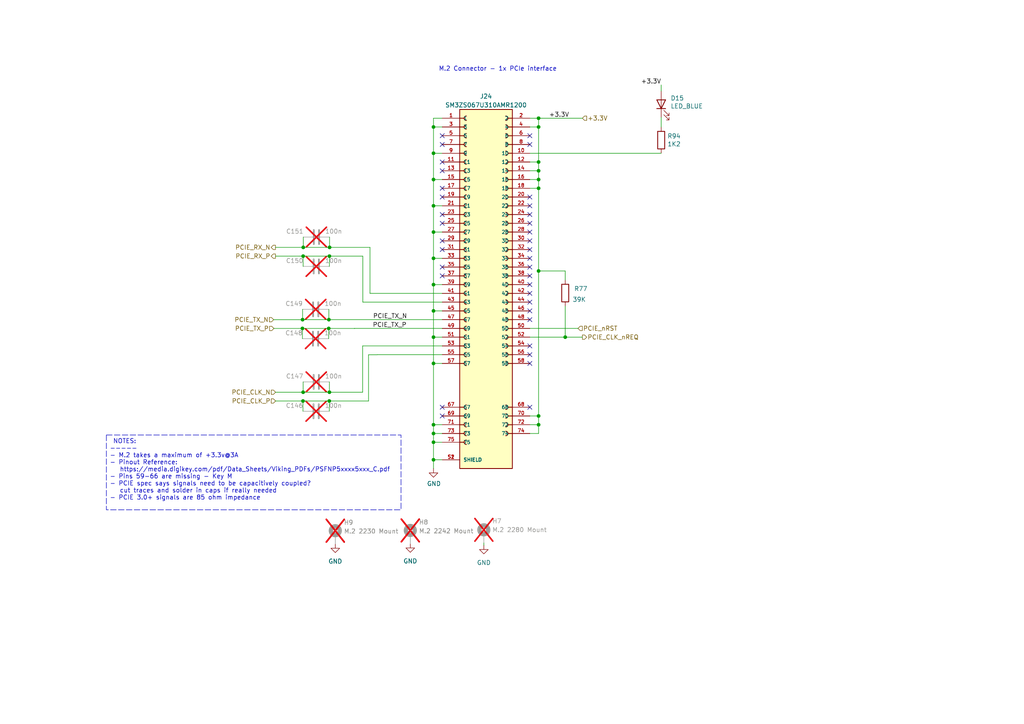
<source format=kicad_sch>
(kicad_sch (version 20231120) (generator "eeschema") (generator_version "8.0")
  (paper "A4")
  (title_block (title "Hexa-Pi") (date "2024-01/02") (rev "1.0") (company "Coxyz") (comment 1 "fjc"))
  (lib_symbols
    (symbol "CM4IO:SM3ZS067U310AMR1200" (pin_names (offset 1.016))
      (property "Reference" "J" (at -7.62 51.562 0))
      (property "Value" "SM3ZS067U310AMR1200" (at -7.62 -55.88 0))
      (symbol "SM3ZS067U310AMR1200_0_0"
        (rectangle (start -7.62 -53.34) (end 7.62 50.8) (stroke (width 0.254)) (fill (type background)))
        (arc (start -5.715 -45.085) (mid -6.3473 -45.72) (end -5.715 -46.355) (stroke (width 0.254)))
        (arc (start -5.715 -42.545) (mid -6.3473 -43.18) (end -5.715 -43.815) (stroke (width 0.254)))
        (arc (start -5.715 -40.005) (mid -6.3473 -40.64) (end -5.715 -41.275) (stroke (width 0.254)))
        (arc (start -5.715 -37.465) (mid -6.3473 -38.1) (end -5.715 -38.735) (stroke (width 0.254)))
        (arc (start -5.715 -34.925) (mid -6.3473 -35.56) (end -5.715 -36.195) (stroke (width 0.254)))
        (arc (start -5.715 -22.225) (mid -6.3473 -22.86) (end -5.715 -23.495) (stroke (width 0.254)))
        (arc (start -5.715 -19.685) (mid -6.3473 -20.32) (end -5.715 -20.955) (stroke (width 0.254)))
        (arc (start -5.715 -17.145) (mid -6.3473 -17.78) (end -5.715 -18.415) (stroke (width 0.254)))
        (arc (start -5.715 -14.605) (mid -6.3473 -15.24) (end -5.715 -15.875) (stroke (width 0.254)))
        (arc (start -5.715 -12.065) (mid -6.3473 -12.7) (end -5.715 -13.335) (stroke (width 0.254)))
        (arc (start -5.715 -9.525) (mid -6.3473 -10.16) (end -5.715 -10.795) (stroke (width 0.254)))
        (arc (start -5.715 -6.985) (mid -6.3473 -7.62) (end -5.715 -8.255) (stroke (width 0.254)))
        (arc (start -5.715 -4.445) (mid -6.3473 -5.08) (end -5.715 -5.715) (stroke (width 0.254)))
        (arc (start -5.715 -1.905) (mid -6.3473 -2.54) (end -5.715 -3.175) (stroke (width 0.254)))
        (arc (start -5.715 0.635) (mid -6.3473 0) (end -5.715 -0.635) (stroke (width 0.254)))
        (arc (start -5.715 3.175) (mid -6.3473 2.54) (end -5.715 1.905) (stroke (width 0.254)))
        (arc (start -5.715 5.715) (mid -6.3473 5.08) (end -5.715 4.445) (stroke (width 0.254)))
        (arc (start -5.715 8.255) (mid -6.3473 7.62) (end -5.715 6.985) (stroke (width 0.254)))
        (arc (start -5.715 10.795) (mid -6.3473 10.16) (end -5.715 9.525) (stroke (width 0.254)))
        (arc (start -5.715 13.335) (mid -6.3473 12.7) (end -5.715 12.065) (stroke (width 0.254)))
        (arc (start -5.715 15.875) (mid -6.3473 15.24) (end -5.715 14.605) (stroke (width 0.254)))
        (arc (start -5.715 18.415) (mid -6.3473 17.78) (end -5.715 17.145) (stroke (width 0.254)))
        (arc (start -5.715 20.955) (mid -6.3473 20.32) (end -5.715 19.685) (stroke (width 0.254)))
        (arc (start -5.715 23.495) (mid -6.3473 22.86) (end -5.715 22.225) (stroke (width 0.254)))
        (arc (start -5.715 26.035) (mid -6.3473 25.4) (end -5.715 24.765) (stroke (width 0.254)))
        (arc (start -5.715 28.575) (mid -6.3473 27.94) (end -5.715 27.305) (stroke (width 0.254)))
        (arc (start -5.715 31.115) (mid -6.3473 30.48) (end -5.715 29.845) (stroke (width 0.254)))
        (arc (start -5.715 33.655) (mid -6.3473 33.02) (end -5.715 32.385) (stroke (width 0.254)))
        (arc (start -5.715 36.195) (mid -6.3473 35.56) (end -5.715 34.925) (stroke (width 0.254)))
        (arc (start -5.715 38.735) (mid -6.3473 38.1) (end -5.715 37.465) (stroke (width 0.254)))
        (arc (start -5.715 41.275) (mid -6.3473 40.64) (end -5.715 40.005) (stroke (width 0.254)))
        (arc (start -5.715 43.815) (mid -6.3473 43.18) (end -5.715 42.545) (stroke (width 0.254)))
        (arc (start -5.715 46.355) (mid -6.3473 45.72) (end -5.715 45.085) (stroke (width 0.254)))
        (arc (start -5.715 48.895) (mid -6.3473 48.26) (end -5.715 47.625) (stroke (width 0.254)))
        (polyline (pts (xy -7.62 -45.72) (xy -6.35 -45.72)) (stroke (width 0.254)))
        (polyline (pts (xy -7.62 -43.18) (xy -6.35 -43.18)) (stroke (width 0.254)))
        (polyline (pts (xy -7.62 -40.64) (xy -6.35 -40.64)) (stroke (width 0.254)))
        (polyline (pts (xy -7.62 -38.1) (xy -6.35 -38.1)) (stroke (width 0.254)))
        (polyline (pts (xy -7.62 -35.56) (xy -6.35 -35.56)) (stroke (width 0.254)))
        (polyline (pts (xy -7.62 -22.86) (xy -6.35 -22.86)) (stroke (width 0.254)))
        (polyline (pts (xy -7.62 -20.32) (xy -6.35 -20.32)) (stroke (width 0.254)))
        (polyline (pts (xy -7.62 -17.78) (xy -6.35 -17.78)) (stroke (width 0.254)))
        (polyline (pts (xy -7.62 -15.24) (xy -6.35 -15.24)) (stroke (width 0.254)))
        (polyline (pts (xy -7.62 -12.7) (xy -6.35 -12.7)) (stroke (width 0.254)))
        (polyline (pts (xy -7.62 -10.16) (xy -6.35 -10.16)) (stroke (width 0.254)))
        (polyline (pts (xy -7.62 -7.62) (xy -6.35 -7.62)) (stroke (width 0.254)))
        (polyline (pts (xy -7.62 -5.08) (xy -6.35 -5.08)) (stroke (width 0.254)))
        (polyline (pts (xy -7.62 -2.54) (xy -6.35 -2.54)) (stroke (width 0.254)))
        (polyline (pts (xy -7.62 0) (xy -6.35 0)) (stroke (width 0.254)))
        (polyline (pts (xy -7.62 2.54) (xy -6.35 2.54)) (stroke (width 0.254)))
        (polyline (pts (xy -7.62 5.08) (xy -6.35 5.08)) (stroke (width 0.254)))
        (polyline (pts (xy -7.62 7.62) (xy -6.35 7.62)) (stroke (width 0.254)))
        (polyline (pts (xy -7.62 10.16) (xy -6.35 10.16)) (stroke (width 0.254)))
        (polyline (pts (xy -7.62 12.7) (xy -6.35 12.7)) (stroke (width 0.254)))
        (polyline (pts (xy -7.62 15.24) (xy -6.35 15.24)) (stroke (width 0.254)))
        (polyline (pts (xy -7.62 17.78) (xy -6.35 17.78)) (stroke (width 0.254)))
        (polyline (pts (xy -7.62 20.32) (xy -6.35 20.32)) (stroke (width 0.254)))
        (polyline (pts (xy -7.62 22.86) (xy -6.35 22.86)) (stroke (width 0.254)))
        (polyline (pts (xy -7.62 25.4) (xy -6.35 25.4)) (stroke (width 0.254)))
        (polyline (pts (xy -7.62 27.94) (xy -6.35 27.94)) (stroke (width 0.254)))
        (polyline (pts (xy -7.62 30.48) (xy -6.35 30.48)) (stroke (width 0.254)))
        (polyline (pts (xy -7.62 33.02) (xy -6.35 33.02)) (stroke (width 0.254)))
        (polyline (pts (xy -7.62 35.56) (xy -6.35 35.56)) (stroke (width 0.254)))
        (polyline (pts (xy -7.62 38.1) (xy -6.35 38.1)) (stroke (width 0.254)))
        (polyline (pts (xy -7.62 40.64) (xy -6.35 40.64)) (stroke (width 0.254)))
        (polyline (pts (xy -7.62 43.18) (xy -6.35 43.18)) (stroke (width 0.254)))
        (polyline (pts (xy -7.62 45.72) (xy -6.35 45.72)) (stroke (width 0.254)))
        (polyline (pts (xy -7.62 48.26) (xy -6.35 48.26)) (stroke (width 0.254)))
        (polyline (pts (xy 7.62 -43.18) (xy 6.35 -43.18)) (stroke (width 0.254)))
        (polyline (pts (xy 7.62 -40.64) (xy 6.35 -40.64)) (stroke (width 0.254)))
        (polyline (pts (xy 7.62 -38.1) (xy 6.35 -38.1)) (stroke (width 0.254)))
        (polyline (pts (xy 7.62 -35.56) (xy 6.35 -35.56)) (stroke (width 0.254)))
        (polyline (pts (xy 7.62 -22.86) (xy 6.35 -22.86)) (stroke (width 0.254)))
        (polyline (pts (xy 7.62 -20.32) (xy 6.35 -20.32)) (stroke (width 0.254)))
        (polyline (pts (xy 7.62 -17.78) (xy 6.35 -17.78)) (stroke (width 0.254)))
        (polyline (pts (xy 7.62 -15.24) (xy 6.35 -15.24)) (stroke (width 0.254)))
        (polyline (pts (xy 7.62 -12.7) (xy 6.35 -12.7)) (stroke (width 0.254)))
        (polyline (pts (xy 7.62 -10.16) (xy 6.35 -10.16)) (stroke (width 0.254)))
        (polyline (pts (xy 7.62 -7.62) (xy 6.35 -7.62)) (stroke (width 0.254)))
        (polyline (pts (xy 7.62 -5.08) (xy 6.35 -5.08)) (stroke (width 0.254)))
        (polyline (pts (xy 7.62 -2.54) (xy 6.35 -2.54)) (stroke (width 0.254)))
        (polyline (pts (xy 7.62 0) (xy 6.35 0)) (stroke (width 0.254)))
        (polyline (pts (xy 7.62 2.54) (xy 6.35 2.54)) (stroke (width 0.254)))
        (polyline (pts (xy 7.62 5.08) (xy 6.35 5.08)) (stroke (width 0.254)))
        (polyline (pts (xy 7.62 7.62) (xy 6.35 7.62)) (stroke (width 0.254)))
        (polyline (pts (xy 7.62 10.16) (xy 6.35 10.16)) (stroke (width 0.254)))
        (polyline (pts (xy 7.62 12.7) (xy 6.35 12.7)) (stroke (width 0.254)))
        (polyline (pts (xy 7.62 15.24) (xy 6.35 15.24)) (stroke (width 0.254)))
        (polyline (pts (xy 7.62 17.78) (xy 6.35 17.78)) (stroke (width 0.254)))
        (polyline (pts (xy 7.62 20.32) (xy 6.35 20.32)) (stroke (width 0.254)))
        (polyline (pts (xy 7.62 22.86) (xy 6.35 22.86)) (stroke (width 0.254)))
        (polyline (pts (xy 7.62 25.4) (xy 6.35 25.4)) (stroke (width 0.254)))
        (polyline (pts (xy 7.62 27.94) (xy 6.35 27.94)) (stroke (width 0.254)))
        (polyline (pts (xy 7.62 30.48) (xy 6.35 30.48)) (stroke (width 0.254)))
        (polyline (pts (xy 7.62 33.02) (xy 6.35 33.02)) (stroke (width 0.254)))
        (polyline (pts (xy 7.62 35.56) (xy 6.35 35.56)) (stroke (width 0.254)))
        (polyline (pts (xy 7.62 38.1) (xy 6.35 38.1)) (stroke (width 0.254)))
        (polyline (pts (xy 7.62 40.64) (xy 6.35 40.64)) (stroke (width 0.254)))
        (polyline (pts (xy 7.62 43.18) (xy 6.35 43.18)) (stroke (width 0.254)))
        (polyline (pts (xy 7.62 45.72) (xy 6.35 45.72)) (stroke (width 0.254)))
        (polyline (pts (xy 7.62 48.26) (xy 6.35 48.26)) (stroke (width 0.254)))
        (arc (start 5.715 -43.815) (mid 6.3473 -43.18) (end 5.715 -42.545) (stroke (width 0.254)))
        (arc (start 5.715 -41.275) (mid 6.3473 -40.64) (end 5.715 -40.005) (stroke (width 0.254)))
        (arc (start 5.715 -38.735) (mid 6.3473 -38.1) (end 5.715 -37.465) (stroke (width 0.254)))
        (arc (start 5.715 -36.195) (mid 6.3473 -35.56) (end 5.715 -34.925) (stroke (width 0.254)))
        (arc (start 5.715 -23.495) (mid 6.3473 -22.86) (end 5.715 -22.225) (stroke (width 0.254)))
        (arc (start 5.715 -20.955) (mid 6.3473 -20.32) (end 5.715 -19.685) (stroke (width 0.254)))
        (arc (start 5.715 -18.415) (mid 6.3473 -17.78) (end 5.715 -17.145) (stroke (width 0.254)))
        (arc (start 5.715 -15.875) (mid 6.3473 -15.24) (end 5.715 -14.605) (stroke (width 0.254)))
        (arc (start 5.715 -13.335) (mid 6.3473 -12.7) (end 5.715 -12.065) (stroke (width 0.254)))
        (arc (start 5.715 -10.795) (mid 6.3473 -10.16) (end 5.715 -9.525) (stroke (width 0.254)))
        (arc (start 5.715 -8.255) (mid 6.3473 -7.62) (end 5.715 -6.985) (stroke (width 0.254)))
        (arc (start 5.715 -5.715) (mid 6.3473 -5.08) (end 5.715 -4.445) (stroke (width 0.254)))
        (arc (start 5.715 -3.175) (mid 6.3473 -2.54) (end 5.715 -1.905) (stroke (width 0.254)))
        (arc (start 5.715 -0.635) (mid 6.3473 0) (end 5.715 0.635) (stroke (width 0.254)))
        (arc (start 5.715 1.905) (mid 6.3473 2.54) (end 5.715 3.175) (stroke (width 0.254)))
        (arc (start 5.715 4.445) (mid 6.3473 5.08) (end 5.715 5.715) (stroke (width 0.254)))
        (arc (start 5.715 6.985) (mid 6.3473 7.62) (end 5.715 8.255) (stroke (width 0.254)))
        (arc (start 5.715 9.525) (mid 6.3473 10.16) (end 5.715 10.795) (stroke (width 0.254)))
        (arc (start 5.715 12.065) (mid 6.3473 12.7) (end 5.715 13.335) (stroke (width 0.254)))
        (arc (start 5.715 14.605) (mid 6.3473 15.24) (end 5.715 15.875) (stroke (width 0.254)))
        (arc (start 5.715 17.145) (mid 6.3473 17.78) (end 5.715 18.415) (stroke (width 0.254)))
        (arc (start 5.715 19.685) (mid 6.3473 20.32) (end 5.715 20.955) (stroke (width 0.254)))
        (arc (start 5.715 22.225) (mid 6.3473 22.86) (end 5.715 23.495) (stroke (width 0.254)))
        (arc (start 5.715 24.765) (mid 6.3473 25.4) (end 5.715 26.035) (stroke (width 0.254)))
        (arc (start 5.715 27.305) (mid 6.3473 27.94) (end 5.715 28.575) (stroke (width 0.254)))
        (arc (start 5.715 29.845) (mid 6.3473 30.48) (end 5.715 31.115) (stroke (width 0.254)))
        (arc (start 5.715 32.385) (mid 6.3473 33.02) (end 5.715 33.655) (stroke (width 0.254)))
        (arc (start 5.715 34.925) (mid 6.3473 35.56) (end 5.715 36.195) (stroke (width 0.254)))
        (arc (start 5.715 37.465) (mid 6.3473 38.1) (end 5.715 38.735) (stroke (width 0.254)))
        (arc (start 5.715 40.005) (mid 6.3473 40.64) (end 5.715 41.275) (stroke (width 0.254)))
        (arc (start 5.715 42.545) (mid 6.3473 43.18) (end 5.715 43.815) (stroke (width 0.254)))
        (arc (start 5.715 45.085) (mid 6.3473 45.72) (end 5.715 46.355) (stroke (width 0.254)))
        (arc (start 5.715 47.625) (mid 6.3473 48.26) (end 5.715 48.895) (stroke (width 0.254)))
        (pin passive line (at -12.7 48.26 0) (length 5.08) (name "1") (number "1"))
        (pin passive line (at 12.7 38.1 180) (length 5.08) (name "10") (number "10"))
        (pin passive line (at -12.7 35.56 0) (length 5.08) (name "11") (number "11"))
        (pin passive line (at 12.7 35.56 180) (length 5.08) (name "12") (number "12"))
        (pin passive line (at -12.7 33.02 0) (length 5.08) (name "13") (number "13"))
        (pin passive line (at 12.7 33.02 180) (length 5.08) (name "14") (number "14"))
        (pin passive line (at -12.7 30.48 0) (length 5.08) (name "15") (number "15"))
        (pin passive line (at 12.7 30.48 180) (length 5.08) (name "16") (number "16"))
        (pin passive line (at -12.7 27.94 0) (length 5.08) (name "17") (number "17"))
        (pin passive line (at 12.7 27.94 180) (length 5.08) (name "18") (number "18"))
        (pin passive line (at -12.7 25.4 0) (length 5.08) (name "19") (number "19"))
        (pin passive line (at 12.7 48.26 180) (length 5.08) (name "2") (number "2"))
        (pin passive line (at 12.7 25.4 180) (length 5.08) (name "20") (number "20"))
        (pin passive line (at -12.7 22.86 0) (length 5.08) (name "21") (number "21"))
        (pin passive line (at 12.7 22.86 180) (length 5.08) (name "22") (number "22"))
        (pin passive line (at -12.7 20.32 0) (length 5.08) (name "23") (number "23"))
        (pin passive line (at 12.7 20.32 180) (length 5.08) (name "24") (number "24"))
        (pin passive line (at -12.7 17.78 0) (length 5.08) (name "25") (number "25"))
        (pin passive line (at 12.7 17.78 180) (length 5.08) (name "26") (number "26"))
        (pin passive line (at -12.7 15.24 0) (length 5.08) (name "27") (number "27"))
        (pin passive line (at 12.7 15.24 180) (length 5.08) (name "28") (number "28"))
        (pin passive line (at -12.7 12.7 0) (length 5.08) (name "29") (number "29"))
        (pin passive line (at -12.7 45.72 0) (length 5.08) (name "3") (number "3"))
        (pin passive line (at 12.7 12.7 180) (length 5.08) (name "30") (number "30"))
        (pin passive line (at -12.7 10.16 0) (length 5.08) (name "31") (number "31"))
        (pin passive line (at 12.7 10.16 180) (length 5.08) (name "32") (number "32"))
        (pin passive line (at -12.7 7.62 0) (length 5.08) (name "33") (number "33"))
        (pin passive line (at 12.7 7.62 180) (length 5.08) (name "34") (number "34"))
        (pin passive line (at -12.7 5.08 0) (length 5.08) (name "35") (number "35"))
        (pin passive line (at 12.7 5.08 180) (length 5.08) (name "36") (number "36"))
        (pin passive line (at -12.7 2.54 0) (length 5.08) (name "37") (number "37"))
        (pin passive line (at 12.7 2.54 180) (length 5.08) (name "38") (number "38"))
        (pin passive line (at -12.7 0 0) (length 5.08) (name "39") (number "39"))
        (pin passive line (at 12.7 45.72 180) (length 5.08) (name "4") (number "4"))
        (pin passive line (at 12.7 0 180) (length 5.08) (name "40") (number "40"))
        (pin passive line (at -12.7 -2.54 0) (length 5.08) (name "41") (number "41"))
        (pin passive line (at 12.7 -2.54 180) (length 5.08) (name "42") (number "42"))
        (pin passive line (at -12.7 -5.08 0) (length 5.08) (name "43") (number "43"))
        (pin passive line (at 12.7 -5.08 180) (length 5.08) (name "44") (number "44"))
        (pin passive line (at -12.7 -7.62 0) (length 5.08) (name "45") (number "45"))
        (pin passive line (at 12.7 -7.62 180) (length 5.08) (name "46") (number "46"))
        (pin passive line (at -12.7 -10.16 0) (length 5.08) (name "47") (number "47"))
        (pin passive line (at 12.7 -10.16 180) (length 5.08) (name "48") (number "48"))
        (pin passive line (at -12.7 -12.7 0) (length 5.08) (name "49") (number "49"))
        (pin passive line (at -12.7 43.18 0) (length 5.08) (name "5") (number "5"))
        (pin passive line (at 12.7 -12.7 180) (length 5.08) (name "50") (number "50"))
        (pin passive line (at -12.7 -15.24 0) (length 5.08) (name "51") (number "51"))
        (pin passive line (at 12.7 -15.24 180) (length 5.08) (name "52") (number "52"))
        (pin passive line (at -12.7 -17.78 0) (length 5.08) (name "53") (number "53"))
        (pin passive line (at 12.7 -17.78 180) (length 5.08) (name "54") (number "54"))
        (pin passive line (at -12.7 -20.32 0) (length 5.08) (name "55") (number "55"))
        (pin passive line (at 12.7 -20.32 180) (length 5.08) (name "56") (number "56"))
        (pin passive line (at -12.7 -22.86 0) (length 5.08) (name "57") (number "57"))
        (pin passive line (at 12.7 -22.86 180) (length 5.08) (name "58") (number "58"))
        (pin passive line (at 12.7 43.18 180) (length 5.08) (name "6") (number "6"))
        (pin passive line (at -12.7 -35.56 0) (length 5.08) (name "67") (number "67"))
        (pin passive line (at 12.7 -35.56 180) (length 5.08) (name "68") (number "68"))
        (pin passive line (at -12.7 -38.1 0) (length 5.08) (name "69") (number "69"))
        (pin passive line (at -12.7 40.64 0) (length 5.08) (name "7") (number "7"))
        (pin passive line (at 12.7 -38.1 180) (length 5.08) (name "70") (number "70"))
        (pin passive line (at -12.7 -40.64 0) (length 5.08) (name "71") (number "71"))
        (pin passive line (at 12.7 -40.64 180) (length 5.08) (name "72") (number "72"))
        (pin passive line (at -12.7 -43.18 0) (length 5.08) (name "73") (number "73"))
        (pin passive line (at 12.7 -43.18 180) (length 5.08) (name "74") (number "74"))
        (pin passive line (at -12.7 -45.72 0) (length 5.08) (name "75") (number "75"))
        (pin passive line (at 12.7 40.64 180) (length 5.08) (name "8") (number "8"))
        (pin passive line (at -12.7 38.1 0) (length 5.08) (name "9") (number "9"))
        (pin passive line (at -12.7 -50.8 0) (length 5.08) (name "SHIELD") (number "S1"))
        (pin passive line (at -12.7 -50.8 0) (length 5.08) (name "SHIELD") (number "S2"))
      )
    )
    (symbol "Device:C" (pin_numbers hide) (pin_names (offset 0.254))
      (property "Reference" "C" (at 0.635 2.54 0))
      (property "Value" "C" (at 0.635 -2.54 0))
      (symbol "C_0_1"
        (polyline (pts (xy -2.032 -0.762) (xy 2.032 -0.762)) (stroke (width 0.508)))
        (polyline (pts (xy -2.032 0.762) (xy 2.032 0.762)) (stroke (width 0.508)))
      )
      (symbol "C_1_1"
        (pin passive line (at 0 3.81 270) (length 2.794) (name "~") (number "1"))
        (pin passive line (at 0 -3.81 90) (length 2.794) (name "~") (number "2"))
      )
    )
    (symbol "Device:LED" (pin_numbers hide) (pin_names hide)
      (property "Reference" "D" (at 0 2.54 0))
      (property "Value" "LED" (at 0 -2.54 0))
      (symbol "LED_0_1"
        (polyline (pts (xy -1.27 -1.27) (xy -1.27 1.27)) (stroke (width 0.254)))
        (polyline (pts (xy -1.27 0) (xy 1.27 0)))
        (polyline (pts (xy 1.27 -1.27) (xy 1.27 1.27) (xy -1.27 0) (xy 1.27 -1.27)) (stroke (width 0.254)))
        (polyline (pts (xy -3.048 -0.762) (xy -4.572 -2.286) (xy -3.81 -2.286) (xy -4.572 -2.286) (xy -4.572 -1.524)))
        (polyline (pts (xy -1.778 -0.762) (xy -3.302 -2.286) (xy -2.54 -2.286) (xy -3.302 -2.286) (xy -3.302 -1.524)))
      )
      (symbol "LED_1_1"
        (pin passive line (at -3.81 0 0) (length 2.54) (name "K") (number "1"))
        (pin passive line (at 3.81 0 180) (length 2.54) (name "A") (number "2"))
      )
    )
    (symbol "Device:R" (pin_numbers hide) (pin_names (offset 0))
      (property "Reference" "R" (at 2.032 0 90))
      (property "Value" "R" (at 0 0 90))
      (symbol "R_0_1"
        (rectangle (start -1.016 -2.54) (end 1.016 2.54) (stroke (width 0.254)))
      )
      (symbol "R_1_1"
        (pin passive line (at 0 3.81 270) (length 1.27) (name "~") (number "1"))
        (pin passive line (at 0 -3.81 90) (length 1.27) (name "~") (number "2"))
      )
    )
    (symbol "Mechanical:MountingHole_Pad" (pin_numbers hide) (pin_names (offset 1.016) hide)
      (property "Reference" "H" (at 0 6.35 0))
      (property "Value" "MountingHole_Pad" (at 0 4.445 0))
      (symbol "MountingHole_Pad_0_1"
        (circle (center 0 1.27) (radius 1.27) (stroke (width 1.27)))
      )
      (symbol "MountingHole_Pad_1_1"
        (pin input line (at 0 -2.54 90) (length 2.54) (name "1") (number "1"))
      )
    )
    (symbol "power:GND" (power) (pin_names (offset 0))
      (property "Value" "GND" (at 0 -3.81 0))
      (symbol "GND_0_1"
        (polyline (pts (xy 0 0) (xy 0 -1.27) (xy 1.27 -1.27) (xy 0 -2.54) (xy -1.27 -1.27) (xy 0 -1.27)))
      )
      (symbol "GND_1_1"
        (pin power_in line (at 0 0 270) (length 0) hide (name "GND") (number "1"))
      )
    )
  )
  (junction (at 125.73 52.07) (diameter 0.9144))
  (junction (at 125.73 133.35) (diameter 0.9144))
  (junction (at 125.73 59.69) (diameter 0.9144))
  (junction (at 125.73 67.31) (diameter 0.9144))
  (junction (at 95.5426 74.2918))
  (junction (at 156.21 34.29) (diameter 0.9144))
  (junction (at 125.73 123.19) (diameter 0.9144))
  (junction (at 95.338 95.2632))
  (junction (at 156.21 36.83) (diameter 0.9144))
  (junction (at 125.73 97.79) (diameter 0.9144))
  (junction (at 87.761 92.71))
  (junction (at 156.21 123.19) (diameter 0.9144))
  (junction (at 163.9361 97.79))
  (junction (at 95.4984 116.3051))
  (junction (at 125.73 128.27) (diameter 0.9144))
  (junction (at 125.73 44.45) (diameter 0.9144))
  (junction (at 95.5856 71.7518))
  (junction (at 156.21 46.99) (diameter 0.9144))
  (junction (at 95.381 92.71))
  (junction (at 87.718 95.2632))
  (junction (at 156.21 52.07) (diameter 0.9144))
  (junction (at 156.21 78.5951))
  (junction (at 156.21 120.65) (diameter 0.9144))
  (junction (at 125.73 125.73) (diameter 0.9144))
  (junction (at 125.73 82.55) (diameter 0.9144))
  (junction (at 87.9226 74.2918))
  (junction (at 95.5414 113.7651))
  (junction (at 87.9214 113.7651))
  (junction (at 125.73 90.17) (diameter 0.9144))
  (junction (at 156.21 49.53) (diameter 0.9144))
  (junction (at 125.73 36.83) (diameter 0.9144))
  (junction (at 125.73 105.41) (diameter 0.9144))
  (junction (at 125.73 74.93) (diameter 0.9144))
  (junction (at 87.8784 116.3051))
  (junction (at 87.9656 71.7518))
  (junction (at 156.21 54.61) (diameter 0.9144))
  (no_connect (at 128.27 118.11))
  (no_connect (at 128.27 39.37))
  (no_connect (at 128.27 41.91))
  (no_connect (at 128.27 46.99))
  (no_connect (at 128.27 49.53))
  (no_connect (at 128.27 54.61))
  (no_connect (at 128.27 57.15))
  (no_connect (at 128.27 62.23))
  (no_connect (at 128.27 64.77))
  (no_connect (at 128.27 69.85))
  (no_connect (at 128.27 72.39))
  (no_connect (at 128.27 77.47))
  (no_connect (at 128.27 80.01))
  (no_connect (at 153.67 39.37))
  (no_connect (at 153.67 41.91))
  (no_connect (at 153.67 57.15))
  (no_connect (at 153.67 59.69))
  (no_connect (at 153.67 62.23))
  (no_connect (at 153.67 64.77))
  (no_connect (at 153.67 67.31))
  (no_connect (at 153.67 69.85))
  (no_connect (at 153.67 72.39))
  (no_connect (at 153.67 74.93))
  (no_connect (at 153.67 77.47))
  (no_connect (at 153.67 80.01))
  (no_connect (at 153.67 82.55))
  (no_connect (at 153.67 85.09))
  (no_connect (at 153.67 87.63))
  (no_connect (at 153.67 90.17))
  (no_connect (at 153.67 92.71))
  (no_connect (at 153.67 100.33))
  (no_connect (at 153.67 102.87))
  (no_connect (at 153.67 105.41))
  (no_connect (at 128.27 120.65))
  (no_connect (at 153.67 118.11))
  (wire (pts (xy 105.2321 74.2918) (xy 95.5426 74.2918)))
  (wire (pts (xy 95.4984 116.3051) (xy 95.4984 119.2849)))
  (wire (pts (xy 163.9361 97.79) (xy 163.9361 88.8117)))
  (wire (pts (xy 109.4322 102.87) (xy 128.27 102.87)))
  (wire (pts (xy 87.9226 74.2918) (xy 79.9 74.2918)))
  (wire (pts (xy 95.381 89.715) (xy 95.381 92.71)))
  (wire (pts (xy 106.8922 102.8957) (xy 109.4322 102.8957)))
  (wire (pts (xy 153.67 120.65) (xy 156.21 120.65)))
  (wire (pts (xy 79.4461 95.2632) (xy 87.718 95.2632)))
  (wire (pts (xy 153.67 95.25) (xy 167.64 95.25)))
  (wire (pts (xy 156.21 54.61) (xy 156.21 78.5951)))
  (wire (pts (xy 156.21 120.65) (xy 156.21 123.19)))
  (wire (pts (xy 156.21 123.19) (xy 156.21 125.73)))
  (wire (pts (xy 156.21 125.73) (xy 153.67 125.73)))
  (wire (pts (xy 87.718 98.2298) (xy 87.718 95.2632)))
  (wire (pts (xy 125.73 34.29) (xy 125.73 36.83)))
  (wire (pts (xy 125.73 36.83) (xy 128.27 36.83)))
  (wire (pts (xy 128.27 34.29) (xy 125.73 34.29)))
  (wire (pts (xy 87.718 95.2632) (xy 95.338 95.2632)))
  (wire (pts (xy 128.27 82.55) (xy 125.73 82.55)))
  (wire (pts (xy 87.761 89.715) (xy 87.761 92.71)))
  (wire (pts (xy 105.1825 100.33) (xy 128.27 100.33)))
  (wire (pts (xy 95.5414 110.7701) (xy 95.5414 113.7651)))
  (wire (pts (xy 95.338 95.2632) (xy 102.816 95.2632)))
  (wire (pts (xy 153.67 97.79) (xy 163.9361 97.79)))
  (wire (pts (xy 95.5414 113.7651) (xy 105.1825 113.7651)))
  (wire (pts (xy 128.27 105.41) (xy 125.73 105.41)))
  (wire (pts (xy 106.8922 116.3051) (xy 106.8922 102.8957)))
  (wire (pts (xy 87.9214 113.7651) (xy 95.5414 113.7651)))
  (wire (pts (xy 87.9656 68.7568) (xy 87.9656 71.7518)))
  (wire (pts (xy 153.67 123.19) (xy 156.21 123.19)))
  (wire (pts (xy 79.9 71.7518) (xy 87.9656 71.7518)))
  (wire (pts (xy 95.338 95.2632) (xy 95.338 98.2298)))
  (wire (pts (xy 163.9361 81.1917) (xy 163.9361 78.5951)))
  (wire (pts (xy 109.4322 102.8957) (xy 109.4322 102.87)))
  (wire (pts (xy 153.67 54.61) (xy 156.21 54.61)))
  (wire (pts (xy 156.21 54.61) (xy 156.21 52.07)))
  (wire (pts (xy 128.27 123.19) (xy 125.73 123.19)))
  (wire (pts (xy 153.67 49.53) (xy 156.21 49.53)))
  (wire (pts (xy 95.381 92.71) (xy 128.27 92.71)))
  (wire (pts (xy 87.9656 71.7518) (xy 95.5856 71.7518)))
  (wire (pts (xy 153.67 44.45) (xy 191.77 44.45)))
  (wire (pts (xy 128.27 52.07) (xy 125.73 52.07)))
  (wire (pts (xy 87.9214 110.7701) (xy 87.9214 113.7651)))
  (wire (pts (xy 95.4984 116.3051) (xy 106.8922 116.3051)))
  (wire (pts (xy 128.27 133.35) (xy 125.73 133.35)))
  (wire (pts (xy 95.5426 74.2918) (xy 87.9226 74.2918)))
  (wire (pts (xy 87.9226 77.2716) (xy 87.9226 74.2918)))
  (wire (pts (xy 128.27 44.45) (xy 125.73 44.45)))
  (wire (pts (xy 163.9361 78.5951) (xy 156.21 78.5951)))
  (wire (pts (xy 128.27 90.17) (xy 125.73 90.17)))
  (wire (pts (xy 153.67 34.29) (xy 156.21 34.29)))
  (wire (pts (xy 156.21 34.29) (xy 168.91 34.29)))
  (wire (pts (xy 125.73 44.45) (xy 125.73 36.83)))
  (wire (pts (xy 125.73 52.07) (xy 125.73 44.45)))
  (wire (pts (xy 125.73 59.69) (xy 125.73 52.07)))
  (wire (pts (xy 125.73 67.31) (xy 125.73 59.69)))
  (wire (pts (xy 125.73 74.93) (xy 125.73 67.31)))
  (wire (pts (xy 125.73 82.55) (xy 125.73 74.93)))
  (wire (pts (xy 125.73 90.17) (xy 125.73 82.55)))
  (wire (pts (xy 125.73 97.79) (xy 125.73 90.17)))
  (wire (pts (xy 125.73 105.41) (xy 125.73 97.79)))
  (wire (pts (xy 125.73 123.19) (xy 125.73 105.41)))
  (wire (pts (xy 125.73 125.73) (xy 125.73 123.19)))
  (wire (pts (xy 125.73 128.27) (xy 125.73 125.73)))
  (wire (pts (xy 125.73 133.35) (xy 125.73 128.27)))
  (wire (pts (xy 125.73 135.89) (xy 125.73 133.35)))
  (wire (pts (xy 79.9308 113.7651) (xy 87.9214 113.7651)))
  (wire (pts (xy 156.21 36.83) (xy 156.21 34.29)))
  (wire (pts (xy 156.21 36.83) (xy 156.21 46.99)))
  (wire (pts (xy 156.21 46.99) (xy 153.67 46.99)))
  (wire (pts (xy 128.27 125.73) (xy 125.73 125.73)))
  (wire (pts (xy 87.761 92.723) (xy 87.761 92.71)))
  (wire (pts (xy 128.27 67.31) (xy 125.73 67.31)))
  (wire (pts (xy 105.2321 74.2918) (xy 105.2321 87.63)))
  (wire (pts (xy 105.1825 113.7651) (xy 105.1825 100.33)))
  (wire (pts (xy 156.21 78.5951) (xy 156.21 120.65)))
  (wire (pts (xy 87.8784 119.2849) (xy 87.8784 116.3051)))
  (wire (pts (xy 191.77 34.036) (xy 191.77 36.83)))
  (wire (pts (xy 156.21 46.99) (xy 156.21 49.53)))
  (wire (pts (xy 156.21 49.53) (xy 156.21 52.07)))
  (wire (pts (xy 156.21 52.07) (xy 153.67 52.07)))
  (wire (pts (xy 79.3745 92.723) (xy 87.761 92.723)))
  (wire (pts (xy 128.27 59.69) (xy 125.73 59.69)))
  (wire (pts (xy 128.27 74.93) (xy 125.73 74.93)))
  (wire (pts (xy 102.816 95.25) (xy 128.27 95.25)))
  (wire (pts (xy 191.77 24.638) (xy 191.77 26.416)))
  (wire (pts (xy 95.5856 68.7568) (xy 95.5856 71.7518)))
  (wire (pts (xy 107.3128 71.7518) (xy 107.3128 85.09)))
  (wire (pts (xy 95.5426 74.2918) (xy 95.5426 77.2716)))
  (wire (pts (xy 163.9361 97.79) (xy 168.91 97.79)))
  (wire (pts (xy 79.9308 116.3051) (xy 87.8784 116.3051)))
  (wire (pts (xy 128.27 128.27) (xy 125.73 128.27)))
  (wire (pts (xy 87.8784 116.3051) (xy 95.4984 116.3051)))
  (wire (pts (xy 87.761 92.71) (xy 95.381 92.71)))
  (wire (pts (xy 140.335 158.115) (xy 140.335 157.48)))
  (wire (pts (xy 156.21 36.83) (xy 153.67 36.83)))
  (wire (pts (xy 128.27 97.79) (xy 125.73 97.79)))
  (wire (pts (xy 107.3128 85.09) (xy 128.27 85.09)))
  (wire (pts (xy 95.5856 71.7518) (xy 107.3128 71.7518)))
  (wire (pts (xy 105.2321 87.63) (xy 128.27 87.63)))
  (wire (pts (xy 102.816 95.25) (xy 102.816 95.2632)))
  (text_box " NOTES:\n-----\n- M.2 takes a maximum of +3.3v@3A\n- Pinout Reference:\n   https://media.digikey.com/pdf/Data_Sheets/Viking_PDFs/PSFNP5xxxx5xxx_C.pdf \n- Pins 59-66 are missing - Key M\n- PCIE spec says signals need to be capacitively coupled?\n   cut traces and solder in caps if really needed\n- PCIE 3.0+ signals are 85 ohm impedance" (at 30.8559 126.1699 0) (size 85.4562 21.6952) (stroke (width 0) (type dash)) (effects (font (size 1.27 1.27)) (justify left top)))
  (text "M.2 Connector - 1x PCIe interface" (at 161.544 20.828 0) (effects (font (size 1.27 1.27)) (justify right bottom)))
  (label "PCIE_TX_P" (at 108.0703 95.25 0))
  (label "+3.3V" (at 191.77 24.638 180))
  (label "PCIE_TX_N" (at 108.1649 92.71 0))
  (label "+3.3V" (at 165.1 34.29 180))
  (hierarchical_label "PCIE_TX_P" (shape input) (at 79.4461 95.2632 180))
  (hierarchical_label "PCIE_CLK_nREQ" (shape output) (at 168.91 97.79 0))
  (hierarchical_label "PCIE_TX_N" (shape input) (at 79.3745 92.723 180))
  (hierarchical_label "PCIE_CLK_N" (shape input) (at 79.9308 113.7651 180))
  (hierarchical_label "PCIE_RX_P" (shape output) (at 79.9 74.2918 180))
  (hierarchical_label "PCIE_RX_N" (shape output) (at 79.9 71.7518 180))
  (hierarchical_label "PCIE_nRST" (shape input) (at 167.64 95.25 0))
  (hierarchical_label "PCIE_CLK_P" (shape input) (at 79.9308 116.3051 180))
  (hierarchical_label "+3.3V" (shape input) (at 168.91 34.29 0))
  (symbol (lib_id "power:GND") (at 125.73 135.89 0) (unit 1)
    (property "Reference" "#PWR084" (effects (hide yes)))
    (property "Value" "GND" (at 125.857 140.2842 0))
  )
  (symbol (lib_id "Mechanical:MountingHole_Pad") (at 119.0021 155.1177 0) (unit 1) (dnp yes)
    (property "Reference" "H8" (at 121.4764 151.4657 0) (effects (justify left)))
    (property "Value" "M.2 2242 Mount" (at 121.4764 154.0057 0) (effects (justify left)))
    (property "Footprint" "CM4IO:M.2_Standoff" (effects (hide yes)))
    (property "Datasheet" "https://www.mouser.com/datasheet/2/206/B-0261-5E_SM3-1101671.pdf" (effects (hide yes)))
    (property "LCSC Part #" "DNP" (effects (hide yes)))
    (property "Manuf Partno" "SM3ZS067U310-NUT1 " (effects (hide yes)))
    (property "Part Description" "1.45MM M2 Mounting nut SMT" (effects (hide yes)))
  )
  (symbol (lib_id "CM4IO:SM3ZS067U310AMR1200") (at 140.97 82.55 0) (unit 1)
    (property "Reference" "J24" (at 140.97 27.94 0))
    (property "Value" "SM3ZS067U310AMR1200" (at 140.97 30.48 0))
    (property "Footprint" "CM4IO:JAE_SM3ZS067U310AMR1200" (effects (hide yes)))
    (property "Datasheet" "https://www.mouser.com/datasheet/2/206/B-0261-5E_SM3-1101671.pdf" (effects (hide yes)))
    (property "Part Description" "M.2 Key M Connector 0.5mm Surface Mount，Right Angle 67P" (effects (hide yes)))
    (property "LCSC Part #" "C4527433" (effects (hide yes)))
    (property "Manuf Partno" "SM3ZS067U310AMR1200" (effects (hide yes)))
    (property "Special" "BACK" (effects (hide yes)))
  )
  (symbol (lib_id "Device:C") (at 91.7756 68.7568 90) (unit 1) (in_bom no) (dnp yes)
    (property "Reference" "C151" (at 88.0672 67.1058 90) (effects (justify left)))
    (property "Value" "100n" (at 99.2686 67.1058 90) (effects (justify left)))
    (property "Footprint" "Capacitor_SMD:C_0402_1005Metric_Pad0.74x0.62mm_HandSolder" (effects (hide yes)))
    (property "Datasheet" "https://search.murata.co.jp/Ceramy/image/img/A01X/G101/ENG/GRM21BR71A106KA73-01.pdf" (effects (hide yes)))
    (property "LCSC Part #" "C1525" (effects (hide yes)))
    (property "Part Description" "50V 100nF X7R ±10% 0402 Multilayer Ceramic Capacitors MLCC" (effects (hide yes)))
    (property "Special" "DNP,BACK" (effects (hide yes)))
  )
  (symbol (lib_id "Mechanical:MountingHole_Pad") (at 97.2478 155.1948 0) (unit 1) (dnp yes)
    (property "Reference" "H9" (at 99.7221 151.5428 0) (effects (justify left)))
    (property "Value" "M.2 2230 Mount" (at 99.7221 154.0828 0) (effects (justify left)))
    (property "Footprint" "CM4IO:M.2_Standoff" (effects (hide yes)))
    (property "Datasheet" "https://www.mouser.com/datasheet/2/206/B-0261-5E_SM3-1101671.pdf" (effects (hide yes)))
    (property "LCSC Part #" "DNP" (effects (hide yes)))
    (property "Manuf Partno" "SM3ZS067U310-NUT1 " (effects (hide yes)))
    (property "Part Description" "1.45MM M2 Mounting nut SMT" (effects (hide yes)))
  )
  (symbol (lib_id "Device:C") (at 91.7314 110.7701 90) (unit 1) (in_bom no) (dnp yes)
    (property "Reference" "C147" (at 88.023 109.1191 90) (effects (justify left)))
    (property "Value" "100n" (at 99.2244 109.1191 90) (effects (justify left)))
    (property "Footprint" "Capacitor_SMD:C_0402_1005Metric_Pad0.74x0.62mm_HandSolder" (effects (hide yes)))
    (property "Datasheet" "https://search.murata.co.jp/Ceramy/image/img/A01X/G101/ENG/GRM21BR71A106KA73-01.pdf" (effects (hide yes)))
    (property "LCSC Part #" "C1525" (effects (hide yes)))
    (property "Part Description" "50V 100nF X7R ±10% 0402 Multilayer Ceramic Capacitors MLCC" (effects (hide yes)))
    (property "Special" "DNP,BACK" (effects (hide yes)))
  )
  (symbol (lib_id "Device:LED") (at 191.77 30.226 90) (unit 1)
    (property "Reference" "D15" (at 194.4878 28.4734 90) (effects (justify right)))
    (property "Value" "LED_BLUE" (at 194.4878 30.7848 90) (effects (justify right)))
    (property "Footprint" "LED_SMD:LED_0603_1608Metric_Pad1.05x0.95mm_HandSolder" (effects (hide yes)))
    (property "Datasheet" "http://optoelectronics.liteon.com/upload/download/DS22-2000-210/LTST-S270KRKT.pdf" (effects (hide yes)))
    (property "LCSC Part #" "C19171394" (effects (hide yes)))
    (property "Part Description" "Blue 0603 Light Emitting Diode" (effects (hide yes)))
  )
  (symbol (lib_id "Mechanical:MountingHole_Pad") (at 140.335 154.94 0) (unit 1) (dnp yes)
    (property "Reference" "H7" (at 142.748 151.13 0) (effects (justify left)))
    (property "Value" "M.2 2280 Mount" (at 142.748 153.67 0) (effects (justify left)))
    (property "Footprint" "CM4IO:M.2_Standoff" (effects (hide yes)))
    (property "Datasheet" "https://www.mouser.com/datasheet/2/206/B-0261-5E_SM3-1101671.pdf" (effects (hide yes)))
    (property "LCSC Part #" "DNP" (effects (hide yes)))
    (property "Manuf Partno" "SM3ZS067U310-NUT1 " (effects (hide yes)))
    (property "Part Description" "1.45MM M2 Mounting nut SMT" (effects (hide yes)))
  )
  (symbol (lib_id "Device:C") (at 91.571 89.715 90) (unit 1) (in_bom no) (dnp yes)
    (property "Reference" "C149" (at 87.8626 88.064 90) (effects (justify left)))
    (property "Value" "100n" (at 99.064 88.064 90) (effects (justify left)))
    (property "Footprint" "Capacitor_SMD:C_0402_1005Metric_Pad0.74x0.62mm_HandSolder" (effects (hide yes)))
    (property "Datasheet" "https://search.murata.co.jp/Ceramy/image/img/A01X/G101/ENG/GRM21BR71A106KA73-01.pdf" (effects (hide yes)))
    (property "LCSC Part #" "C1525" (effects (hide yes)))
    (property "Part Description" "50V 100nF X7R ±10% 0402 Multilayer Ceramic Capacitors MLCC" (effects (hide yes)))
    (property "Special" "DNP,BACK" (effects (hide yes)))
  )
  (symbol (lib_id "power:GND") (at 119.0021 157.6577 0) (mirror y) (unit 1)
    (property "Reference" "#PWR083" (effects (hide yes)))
    (property "Value" "GND" (at 119.0021 162.7377 0))
  )
  (symbol (lib_id "Device:C") (at 91.7326 77.2716 90) (unit 1) (in_bom no) (dnp yes)
    (property "Reference" "C150" (at 88.0242 75.6206 90) (effects (justify left)))
    (property "Value" "100n" (at 99.2256 75.6206 90) (effects (justify left)))
    (property "Footprint" "Capacitor_SMD:C_0402_1005Metric_Pad0.74x0.62mm_HandSolder" (effects (hide yes)))
    (property "Datasheet" "https://search.murata.co.jp/Ceramy/image/img/A01X/G101/ENG/GRM21BR71A106KA73-01.pdf" (effects (hide yes)))
    (property "LCSC Part #" "C1525" (effects (hide yes)))
    (property "Part Description" "50V 100nF X7R ±10% 0402 Multilayer Ceramic Capacitors MLCC" (effects (hide yes)))
    (property "Special" "DNP,BACK" (effects (hide yes)))
  )
  (symbol (lib_id "Device:C") (at 91.528 98.2298 90) (unit 1) (in_bom no) (dnp yes)
    (property "Reference" "C148" (at 87.8196 96.5788 90) (effects (justify left)))
    (property "Value" "100n" (at 99.021 96.5788 90) (effects (justify left)))
    (property "Footprint" "Capacitor_SMD:C_0402_1005Metric_Pad0.74x0.62mm_HandSolder" (effects (hide yes)))
    (property "Datasheet" "https://search.murata.co.jp/Ceramy/image/img/A01X/G101/ENG/GRM21BR71A106KA73-01.pdf" (effects (hide yes)))
    (property "LCSC Part #" "C1525" (effects (hide yes)))
    (property "Part Description" "50V 100nF X7R ±10% 0402 Multilayer Ceramic Capacitors MLCC" (effects (hide yes)))
    (property "Special" "DNP,BACK" (effects (hide yes)))
  )
  (symbol (lib_id "Device:R") (at 191.77 40.64 0) (unit 1)
    (property "Reference" "R94" (at 193.548 39.4716 0) (effects (justify left)))
    (property "Value" "1K2" (at 193.548 41.783 0) (effects (justify left)))
    (property "Footprint" "Resistor_SMD:R_0603_1608Metric" (effects (hide yes)))
    (property "LCSC Part #" "C22765" (effects (hide yes)))
    (property "Part Description" "100mW ±1% 1.2kΩ 0603 Chip Resistor - Surface Mount" (effects (hide yes)))
  )
  (symbol (lib_id "power:GND") (at 140.335 158.115 0) (mirror y) (unit 1)
    (property "Reference" "#PWR085" (effects (hide yes)))
    (property "Value" "GND" (at 140.335 163.195 0))
  )
  (symbol (lib_id "Device:C") (at 91.6884 119.2849 90) (unit 1) (in_bom no) (dnp yes)
    (property "Reference" "C146" (at 87.98 117.6339 90) (effects (justify left)))
    (property "Value" "100n" (at 99.1814 117.6339 90) (effects (justify left)))
    (property "Footprint" "Capacitor_SMD:C_0402_1005Metric_Pad0.74x0.62mm_HandSolder" (effects (hide yes)))
    (property "Datasheet" "https://search.murata.co.jp/Ceramy/image/img/A01X/G101/ENG/GRM21BR71A106KA73-01.pdf" (effects (hide yes)))
    (property "LCSC Part #" "C1525" (effects (hide yes)))
    (property "Part Description" "50V 100nF X7R ±10% 0402 Multilayer Ceramic Capacitors MLCC" (effects (hide yes)))
    (property "Special" "DNP,BACK" (effects (hide yes)))
  )
  (symbol (lib_id "power:GND") (at 97.2478 157.7348 0) (mirror y) (unit 1)
    (property "Reference" "#PWR0103" (effects (hide yes)))
    (property "Value" "GND" (at 97.2478 162.8148 0))
  )
  (symbol (lib_id "Device:R") (at 163.9361 85.0017 0) (unit 1)
    (property "Reference" "R77" (at 166.5067 83.7483 0) (effects (justify left)))
    (property "Value" "39K" (at 166.0393 86.8642 0) (effects (justify left)))
    (property "Footprint" "Resistor_SMD:R_0603_1608Metric" (effects (hide yes)))
    (property "LCSC Part #" "C23153" (effects (hide yes)))
    (property "Part Description" "100mW ±1% 39kΩ 0603 Chip Resistor - Surface Mount" (effects (hide yes)))
  )
)
</source>
